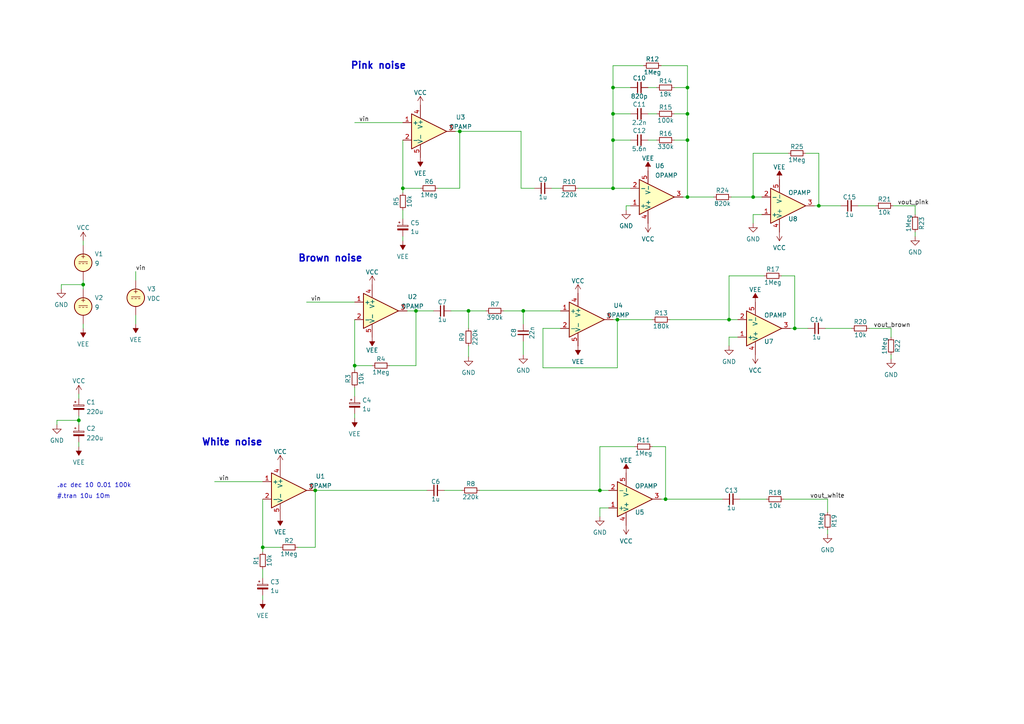
<source format=kicad_sch>
(kicad_sch (version 20211123) (generator eeschema)
  (paper "A4")
  (title_block (title "Colored noise generator (Ngspice simulation)") (date "2022-02-03") (rev "v1.0") (company "www.justin-silver.com") (comment 1 "Justin Silver"))
  (lib_symbols
    (symbol "Device:C_Polarized_Small" (pin_numbers hide) (pin_names (offset 0.254) hide)
      (property "Reference" "C" (at 0.254 1.778 0))
      (property "Value" "C_Polarized_Small" (at 0.254 -2.032 0))
      (symbol "C_Polarized_Small_0_1"
        (rectangle (start -1.524 -0.3048) (end 1.524 -0.6858) (fill (type outline)))
        (rectangle (start -1.524 0.6858) (end 1.524 0.3048))
        (polyline (pts (xy -1.27 1.524) (xy -0.762 1.524)))
        (polyline (pts (xy -1.016 1.27) (xy -1.016 1.778)))
      )
      (symbol "C_Polarized_Small_1_1"
        (pin passive line (at 0 2.54 270) (length 1.8542) (name "~") (number "1"))
        (pin passive line (at 0 -2.54 90) (length 1.8542) (name "~") (number "2"))
      )
    )
    (symbol "Device:C_Small" (pin_numbers hide) (pin_names (offset 0.254) hide)
      (property "Reference" "C" (at 0.254 1.778 0))
      (property "Value" "C_Small" (at 0.254 -2.032 0))
      (symbol "C_Small_0_1"
        (polyline (pts (xy -1.524 -0.508) (xy 1.524 -0.508)) (stroke (width 0.3302)))
        (polyline (pts (xy -1.524 0.508) (xy 1.524 0.508)) (stroke (width 0.3048)))
      )
      (symbol "C_Small_1_1"
        (pin passive line (at 0 2.54 270) (length 2.032) (name "~") (number "1"))
        (pin passive line (at 0 -2.54 90) (length 2.032) (name "~") (number "2"))
      )
    )
    (symbol "Device:R_Small" (pin_numbers hide) (pin_names (offset 0.254) hide)
      (property "Reference" "R" (at 0.762 0.508 0))
      (property "Value" "R_Small" (at 0.762 -1.016 0))
      (symbol "R_Small_0_1"
        (rectangle (start -0.762 1.778) (end 0.762 -1.778) (stroke (width 0.2032)))
      )
      (symbol "R_Small_1_1"
        (pin passive line (at 0 2.54 270) (length 0.762) (name "~") (number "1"))
        (pin passive line (at 0 -2.54 90) (length 0.762) (name "~") (number "2"))
      )
    )
    (symbol "Simulation_SPICE:OPAMP" (pin_names (offset 0.254))
      (property "Reference" "U" (at 3.81 3.175 0))
      (property "Value" "OPAMP" (at 3.81 -3.175 0))
      (symbol "OPAMP_0_1"
        (polyline (pts (xy 5.08 0) (xy -5.08 5.08) (xy -5.08 -5.08) (xy 5.08 0)) (stroke (width 0.254)) (fill (type background)))
      )
      (symbol "OPAMP_1_1"
        (pin input line (at -7.62 2.54 0) (length 2.54) (name "+") (number "1"))
        (pin input line (at -7.62 -2.54 0) (length 2.54) (name "-") (number "2"))
        (pin output line (at 7.62 0 180) (length 2.54) (name "~") (number "3"))
        (pin power_in line (at -2.54 7.62 270) (length 3.81) (name "V+") (number "4"))
        (pin power_in line (at -2.54 -7.62 90) (length 3.81) (name "V-") (number "5"))
      )
    )
    (symbol "Simulation_SPICE:VDC" (pin_numbers hide) (pin_names (offset 0.0254))
      (property "Reference" "V" (at 2.54 2.54 0))
      (property "Value" "VDC" (at 2.54 0 0))
      (property "Spice_Model" "dc(1)" (at 2.54 -2.54 0))
      (symbol "VDC_0_0"
        (polyline (pts (xy -1.27 0.254) (xy 1.27 0.254)))
        (polyline (pts (xy -0.762 -0.254) (xy -1.27 -0.254)))
        (polyline (pts (xy 0.254 -0.254) (xy -0.254 -0.254)))
        (polyline (pts (xy 1.27 -0.254) (xy 0.762 -0.254)))
        (text "+" (at 0 1.905 0) (effects (font (size 1.27 1.27))))
      )
      (symbol "VDC_0_1"
        (circle (center 0 0) (radius 2.54) (stroke (width 0.254)) (fill (type background)))
      )
      (symbol "VDC_1_1"
        (pin passive line (at 0 5.08 270) (length 2.54) (name "~") (number "1"))
        (pin passive line (at 0 -5.08 90) (length 2.54) (name "~") (number "2"))
      )
    )
    (symbol "power:GND" (power) (pin_names (offset 0))
      (property "Value" "GND" (at 0 -3.81 0))
      (symbol "GND_0_1"
        (polyline (pts (xy 0 0) (xy 0 -1.27) (xy 1.27 -1.27) (xy 0 -2.54) (xy -1.27 -1.27) (xy 0 -1.27)))
      )
      (symbol "GND_1_1"
        (pin power_in line (at 0 0 270) (length 0) hide (name "GND") (number "1"))
      )
    )
    (symbol "power:VCC" (power) (pin_names (offset 0))
      (property "Value" "VCC" (at 0 3.81 0))
      (symbol "VCC_0_1"
        (polyline (pts (xy -0.762 1.27) (xy 0 2.54)))
        (polyline (pts (xy 0 0) (xy 0 2.54)))
        (polyline (pts (xy 0 2.54) (xy 0.762 1.27)))
      )
      (symbol "VCC_1_1"
        (pin power_in line (at 0 0 90) (length 0) hide (name "VCC") (number "1"))
      )
    )
    (symbol "power:VEE" (power) (pin_names (offset 0))
      (property "Value" "VEE" (at 0 3.81 0))
      (symbol "VEE_0_1"
        (polyline (pts (xy 0 0) (xy 0 2.54)))
        (polyline (pts (xy 0.762 1.27) (xy -0.762 1.27) (xy 0 2.54) (xy 0.762 1.27)) (fill (type outline)))
      )
      (symbol "VEE_1_1"
        (pin power_in line (at 0 0 90) (length 0) hide (name "VEE") (number "1"))
      )
    )
  )
  (junction (at 120.65 90.17))
  (junction (at 237.49 59.69))
  (junction (at 22.86 121.92))
  (junction (at 76.2 158.75))
  (junction (at 218.44 57.15))
  (junction (at 211.455 92.71))
  (junction (at 173.99 142.24))
  (junction (at 199.39 33.02))
  (junction (at 177.8 25.4))
  (junction (at 177.8 54.61))
  (junction (at 177.8 40.64))
  (junction (at 151.765 90.17))
  (junction (at 193.04 144.78))
  (junction (at 91.44 142.24))
  (junction (at 116.84 54.61))
  (junction (at 24.13 82.55))
  (junction (at 199.39 25.4))
  (junction (at 199.39 57.15))
  (junction (at 133.35 38.1))
  (junction (at 199.39 40.64))
  (junction (at 177.8 33.02))
  (junction (at 230.505 95.25))
  (junction (at 102.87 106.045))
  (junction (at 179.07 92.71))
  (junction (at 135.89 90.17))
  (wire (pts (xy 227.33 144.78) (xy 240.03 144.78)))
  (wire (pts (xy 187.96 25.4) (xy 190.5 25.4)))
  (wire (pts (xy 211.455 80.01) (xy 221.615 80.01)))
  (wire (pts (xy 102.87 92.71) (xy 102.87 106.045)))
  (wire (pts (xy 220.98 62.23) (xy 218.44 62.23)))
  (wire (pts (xy 39.37 91.44) (xy 39.37 93.98)))
  (wire (pts (xy 39.37 78.74) (xy 39.37 81.28)))
  (wire (pts (xy 233.68 44.45) (xy 237.49 44.45)))
  (wire (pts (xy 212.09 57.15) (xy 218.44 57.15)))
  (wire (pts (xy 133.35 54.61) (xy 133.35 38.1)))
  (wire (pts (xy 118.11 90.17) (xy 120.65 90.17)))
  (wire (pts (xy 17.78 83.82) (xy 17.78 82.55)))
  (wire (pts (xy 157.48 95.25) (xy 157.48 106.68)))
  (wire (pts (xy 214.63 144.78) (xy 222.25 144.78)))
  (wire (pts (xy 195.58 40.64) (xy 199.39 40.64)))
  (wire (pts (xy 213.995 97.79) (xy 211.455 97.79)))
  (wire (pts (xy 177.8 19.05) (xy 177.8 25.4)))
  (wire (pts (xy 179.07 92.71) (xy 177.8 92.71)))
  (wire (pts (xy 199.39 57.15) (xy 198.12 57.15)))
  (wire (pts (xy 237.49 59.69) (xy 237.49 44.45)))
  (wire (pts (xy 76.2 158.75) (xy 81.28 158.75)))
  (wire (pts (xy 195.58 25.4) (xy 199.39 25.4)))
  (wire (pts (xy 135.89 100.33) (xy 135.89 103.505)))
  (wire (pts (xy 177.8 40.64) (xy 177.8 54.61)))
  (wire (pts (xy 218.44 44.45) (xy 228.6 44.45)))
  (wire (pts (xy 116.84 54.61) (xy 116.84 55.88)))
  (wire (pts (xy 22.86 121.92) (xy 22.86 123.19)))
  (wire (pts (xy 181.61 59.69) (xy 181.61 60.96)))
  (wire (pts (xy 193.04 144.78) (xy 209.55 144.78)))
  (wire (pts (xy 102.87 35.56) (xy 116.84 35.56)))
  (wire (pts (xy 120.65 90.17) (xy 125.73 90.17)))
  (wire (pts (xy 130.81 90.17) (xy 135.89 90.17)))
  (wire (pts (xy 157.48 95.25) (xy 162.56 95.25)))
  (wire (pts (xy 86.36 158.75) (xy 91.44 158.75)))
  (wire (pts (xy 230.505 95.25) (xy 230.505 80.01)))
  (wire (pts (xy 265.43 59.69) (xy 265.43 62.23)))
  (wire (pts (xy 218.44 57.15) (xy 220.98 57.15)))
  (wire (pts (xy 173.99 142.24) (xy 176.53 142.24)))
  (wire (pts (xy 24.13 69.85) (xy 24.13 71.12)))
  (wire (pts (xy 240.03 144.78) (xy 240.03 148.59)))
  (wire (pts (xy 120.65 90.17) (xy 120.65 106.045)))
  (wire (pts (xy 135.89 90.17) (xy 140.97 90.17)))
  (wire (pts (xy 230.505 95.25) (xy 234.315 95.25)))
  (wire (pts (xy 193.04 144.78) (xy 193.04 129.54)))
  (wire (pts (xy 248.92 59.69) (xy 254 59.69)))
  (wire (pts (xy 135.89 90.17) (xy 135.89 95.25)))
  (wire (pts (xy 132.08 38.1) (xy 133.35 38.1)))
  (wire (pts (xy 179.07 92.71) (xy 179.07 106.68)))
  (wire (pts (xy 116.84 68.58) (xy 116.84 69.85)))
  (wire (pts (xy 102.87 120.015) (xy 102.87 121.285)))
  (wire (pts (xy 177.8 33.02) (xy 177.8 40.64)))
  (wire (pts (xy 116.84 60.96) (xy 116.84 63.5)))
  (wire (pts (xy 199.39 40.64) (xy 199.39 57.15)))
  (wire (pts (xy 102.87 106.045) (xy 102.87 107.315)))
  (wire (pts (xy 102.87 106.045) (xy 107.95 106.045)))
  (wire (pts (xy 191.77 19.05) (xy 199.39 19.05)))
  (wire (pts (xy 189.23 129.54) (xy 193.04 129.54)))
  (wire (pts (xy 177.8 25.4) (xy 182.88 25.4)))
  (wire (pts (xy 24.13 93.98) (xy 24.13 95.25)))
  (wire (pts (xy 199.39 33.02) (xy 199.39 40.64)))
  (wire (pts (xy 239.395 95.25) (xy 247.015 95.25)))
  (wire (pts (xy 199.39 25.4) (xy 199.39 33.02)))
  (wire (pts (xy 199.39 57.15) (xy 207.01 57.15)))
  (wire (pts (xy 151.765 99.06) (xy 151.765 102.87)))
  (wire (pts (xy 146.05 90.17) (xy 151.765 90.17)))
  (wire (pts (xy 258.445 102.87) (xy 258.445 104.14)))
  (wire (pts (xy 265.43 67.31) (xy 265.43 68.58)))
  (wire (pts (xy 157.48 106.68) (xy 179.07 106.68)))
  (wire (pts (xy 116.84 40.64) (xy 116.84 54.61)))
  (wire (pts (xy 139.065 142.24) (xy 173.99 142.24)))
  (wire (pts (xy 76.2 144.78) (xy 76.2 158.75)))
  (wire (pts (xy 22.86 128.27) (xy 22.86 129.54)))
  (wire (pts (xy 76.2 158.75) (xy 76.2 160.02)))
  (wire (pts (xy 177.8 40.64) (xy 182.88 40.64)))
  (wire (pts (xy 128.905 142.24) (xy 133.985 142.24)))
  (wire (pts (xy 173.99 129.54) (xy 184.15 129.54)))
  (wire (pts (xy 230.505 95.25) (xy 229.235 95.25)))
  (wire (pts (xy 252.095 95.25) (xy 258.445 95.25)))
  (wire (pts (xy 237.49 59.69) (xy 236.22 59.69)))
  (wire (pts (xy 167.64 54.61) (xy 177.8 54.61)))
  (wire (pts (xy 182.88 59.69) (xy 181.61 59.69)))
  (wire (pts (xy 193.04 144.78) (xy 191.77 144.78)))
  (wire (pts (xy 151.13 54.61) (xy 154.94 54.61)))
  (wire (pts (xy 177.8 25.4) (xy 177.8 33.02)))
  (wire (pts (xy 187.96 40.64) (xy 190.5 40.64)))
  (wire (pts (xy 186.69 19.05) (xy 177.8 19.05)))
  (wire (pts (xy 88.9 87.63) (xy 102.87 87.63)))
  (wire (pts (xy 151.765 90.17) (xy 151.765 93.98)))
  (wire (pts (xy 91.44 142.24) (xy 123.825 142.24)))
  (wire (pts (xy 127 54.61) (xy 133.35 54.61)))
  (wire (pts (xy 195.58 33.02) (xy 199.39 33.02)))
  (wire (pts (xy 62.23 139.7) (xy 76.2 139.7)))
  (wire (pts (xy 187.96 33.02) (xy 190.5 33.02)))
  (wire (pts (xy 22.86 114.3) (xy 22.86 115.57)))
  (wire (pts (xy 116.84 54.61) (xy 121.92 54.61)))
  (wire (pts (xy 259.08 59.69) (xy 265.43 59.69)))
  (wire (pts (xy 133.35 38.1) (xy 151.13 38.1)))
  (wire (pts (xy 17.78 82.55) (xy 24.13 82.55)))
  (wire (pts (xy 102.87 112.395) (xy 102.87 114.935)))
  (wire (pts (xy 199.39 19.05) (xy 199.39 25.4)))
  (wire (pts (xy 173.99 129.54) (xy 173.99 142.24)))
  (wire (pts (xy 226.695 80.01) (xy 230.505 80.01)))
  (wire (pts (xy 76.2 165.1) (xy 76.2 167.64)))
  (wire (pts (xy 16.51 121.92) (xy 22.86 121.92)))
  (wire (pts (xy 211.455 80.01) (xy 211.455 92.71)))
  (wire (pts (xy 91.44 158.75) (xy 91.44 142.24)))
  (wire (pts (xy 151.765 90.17) (xy 162.56 90.17)))
  (wire (pts (xy 211.455 92.71) (xy 213.995 92.71)))
  (wire (pts (xy 16.51 123.19) (xy 16.51 121.92)))
  (wire (pts (xy 24.13 82.55) (xy 24.13 83.82)))
  (wire (pts (xy 218.44 62.23) (xy 218.44 64.77)))
  (wire (pts (xy 177.8 33.02) (xy 182.88 33.02)))
  (wire (pts (xy 258.445 95.25) (xy 258.445 97.79)))
  (wire (pts (xy 218.44 44.45) (xy 218.44 57.15)))
  (wire (pts (xy 177.8 54.61) (xy 182.88 54.61)))
  (wire (pts (xy 240.03 153.67) (xy 240.03 154.94)))
  (wire (pts (xy 211.455 97.79) (xy 211.455 100.33)))
  (wire (pts (xy 160.02 54.61) (xy 162.56 54.61)))
  (wire (pts (xy 176.53 147.32) (xy 173.99 147.32)))
  (wire (pts (xy 76.2 172.72) (xy 76.2 173.99)))
  (wire (pts (xy 24.13 81.28) (xy 24.13 82.55)))
  (wire (pts (xy 173.99 147.32) (xy 173.99 149.86)))
  (wire (pts (xy 194.31 92.71) (xy 211.455 92.71)))
  (wire (pts (xy 151.13 38.1) (xy 151.13 54.61)))
  (wire (pts (xy 179.07 92.71) (xy 189.23 92.71)))
  (wire (pts (xy 22.86 120.65) (xy 22.86 121.92)))
  (wire (pts (xy 113.03 106.045) (xy 120.65 106.045)))
  (wire (pts (xy 237.49 59.69) (xy 243.84 59.69)))
  (text "#.tran 10u 10m" (at 16.51 144.78 0) (effects (font (size 1.27 1.27)) (justify left bottom)))
  (text "Pink noise" (at 101.6 20.32 0) (effects (font (size 2 2) bold) (justify left bottom)))
  (text "White noise" (at 58.42 129.54 0) (effects (font (size 2 2) bold) (justify left bottom)))
  (text ".ac dec 10 0.01 100k\n" (at 16.51 141.605 0) (effects (font (size 1.27 1.27)) (justify left bottom)))
  (text "Brown noise" (at 86.36 76.2 0) (effects (font (size 2 2) bold) (justify left bottom)))
  (label "vout_brown" (at 253.365 95.25 0))
  (label "vin" (at 63.5 139.7 0))
  (label "vin" (at 104.14 35.56 0))
  (label "vin" (at 39.37 78.74 0))
  (label "vin" (at 90.17 87.63 0))
  (label "vout_white" (at 234.95 144.78 0))
  (label "vout_pink" (at 260.35 59.69 0))
  (symbol (lib_id "Simulation_SPICE:OPAMP") (at 83.82 142.24 0) (unit 1)
    (property "Reference" "U1" (at 92.9466 138.1465 0))
    (property "Value" "OPAMP" (at 92.9466 140.9216 0))
    (property "Spice_Netlist_Enabled" "Y" (effects hide))
    (property "Spice_Primitive" "X" (effects hide))
    (property "Spice_Model" "AD8051" (effects hide))
    (property "Spice_Node_Sequence" "1 2 4 5 3" (effects hide))
    (property "Spice_Lib_File" "../libraries/ad8051.lib" (effects hide))
  )
  (symbol (lib_id "power:VCC") (at 187.96 64.77 0) (mirror x) (unit 1)
    (property "Reference" "#PWR026" (effects hide))
    (property "Value" "VCC" (at 187.96 69.3325 0))
  )
  (symbol (lib_id "Device:R_Small") (at 265.43 64.77 0) (mirror x) (unit 1)
    (property "Reference" "R23" (at 267.335 64.77 90))
    (property "Value" "1Meg" (at 263.525 64.77 90))
    (property "Spice_Primitive" "R" (effects hide))
  )
  (symbol (lib_id "Device:R_Small") (at 143.51 90.17 270) (mirror x) (unit 1)
    (property "Reference" "R7" (at 143.51 88.265 90))
    (property "Value" "390k" (at 143.51 92.075 90))
    (property "Spice_Primitive" "R" (effects hide))
  )
  (symbol (lib_id "Device:C_Polarized_Small") (at 116.84 66.04 0) (unit 1)
    (property "Reference" "C5" (at 118.999 64.6592 0) (effects (justify left)))
    (property "Value" "1u" (at 118.999 67.1961 0) (effects (justify left)))
    (property "Spice_Primitive" "C" (effects hide))
  )
  (symbol (lib_id "Device:C_Small") (at 128.27 90.17 90) (unit 1)
    (property "Reference" "C7" (at 128.27 87.63 90))
    (property "Value" "1u" (at 128.27 92.71 90))
    (property "Spice_Primitive" "C" (effects hide))
  )
  (symbol (lib_id "power:GND") (at 181.61 60.96 0) (unit 1)
    (property "Reference" "#PWR022" (effects hide))
    (property "Value" "GND" (at 181.61 65.5225 0))
  )
  (symbol (lib_id "power:GND") (at 17.78 83.82 0) (unit 1)
    (property "Reference" "#PWR02" (effects hide))
    (property "Value" "GND" (at 17.78 88.3825 0))
  )
  (symbol (lib_id "Device:R_Small") (at 116.84 58.42 180) (unit 1)
    (property "Reference" "R5" (at 114.935 58.42 90))
    (property "Value" "10k" (at 118.745 58.42 90))
    (property "Spice_Primitive" "R" (effects hide))
  )
  (symbol (lib_id "power:VEE") (at 167.64 100.33 180) (unit 1)
    (property "Reference" "#PWR020" (effects hide))
    (property "Value" "VEE" (at 167.64 104.8925 0))
  )
  (symbol (lib_id "Simulation_SPICE:OPAMP") (at 184.15 144.78 0) (mirror x) (unit 1)
    (property "Reference" "U5" (at 184.15 148.59 0) (effects (justify left)))
    (property "Value" "OPAMP" (at 184.15 140.97 0) (effects (justify left)))
    (property "Spice_Netlist_Enabled" "Y" (effects hide))
    (property "Spice_Primitive" "X" (effects hide))
    (property "Spice_Model" "AD8051" (effects hide))
    (property "Spice_Node_Sequence" "1 2 4 5 3" (effects hide))
    (property "Spice_Lib_File" "../libraries/ad8051.lib" (effects hide))
  )
  (symbol (lib_id "power:VCC") (at 22.86 114.3 0) (unit 1)
    (property "Reference" "#PWR03" (effects hide))
    (property "Value" "VCC" (at 22.86 110.49 0))
  )
  (symbol (lib_id "Device:R_Small") (at 102.87 109.855 180) (unit 1)
    (property "Reference" "R3" (at 100.965 109.855 90))
    (property "Value" "10k" (at 104.775 109.855 90))
    (property "Spice_Primitive" "R" (effects hide))
  )
  (symbol (lib_id "Simulation_SPICE:OPAMP") (at 221.615 95.25 0) (mirror x) (unit 1)
    (property "Reference" "U7" (at 221.615 99.06 0) (effects (justify left)))
    (property "Value" "OPAMP" (at 221.615 91.44 0) (effects (justify left)))
    (property "Spice_Netlist_Enabled" "Y" (effects hide))
    (property "Spice_Primitive" "X" (effects hide))
    (property "Spice_Model" "AD8051" (effects hide))
    (property "Spice_Node_Sequence" "1 2 4 5 3" (effects hide))
    (property "Spice_Lib_File" "../libraries/ad8051.lib" (effects hide))
  )
  (symbol (lib_id "Device:R_Small") (at 193.04 33.02 90) (unit 1)
    (property "Reference" "R15" (at 193.04 31.115 90))
    (property "Value" "100k" (at 193.04 34.925 90))
    (property "Spice_Primitive" "R" (effects hide))
  )
  (symbol (lib_id "Device:C_Small") (at 185.42 40.64 90) (unit 1)
    (property "Reference" "C12" (at 185.4263 37.8864 90))
    (property "Value" "5.6n" (at 185.42 43.18 90))
    (property "Spice_Primitive" "C" (effects hide))
  )
  (symbol (lib_id "power:VCC") (at 181.61 152.4 180) (unit 1)
    (property "Reference" "#PWR024" (effects hide))
    (property "Value" "VCC" (at 181.61 156.9625 0))
  )
  (symbol (lib_id "power:GND") (at 173.99 149.86 0) (unit 1)
    (property "Reference" "#PWR021" (effects hide))
    (property "Value" "GND" (at 173.99 154.4225 0))
  )
  (symbol (lib_id "power:GND") (at 135.89 103.505 0) (unit 1)
    (property "Reference" "#PWR017" (effects hide))
    (property "Value" "GND" (at 135.89 108.0675 0))
  )
  (symbol (lib_id "Device:R_Small") (at 186.69 129.54 90) (unit 1)
    (property "Reference" "R11" (at 186.69 127.635 90))
    (property "Value" "1Meg" (at 186.69 131.445 90))
    (property "Spice_Primitive" "R" (effects hide))
  )
  (symbol (lib_id "power:GND") (at 218.44 64.77 0) (unit 1)
    (property "Reference" "#PWR030" (effects hide))
    (property "Value" "GND" (at 218.44 69.3325 0))
  )
  (symbol (lib_id "power:GND") (at 151.765 102.87 0) (unit 1)
    (property "Reference" "#PWR018" (effects hide))
    (property "Value" "GND" (at 151.765 107.4325 0))
  )
  (symbol (lib_id "power:GND") (at 16.51 123.19 0) (unit 1)
    (property "Reference" "#PWR01" (effects hide))
    (property "Value" "GND" (at 16.51 127.7525 0))
  )
  (symbol (lib_id "Simulation_SPICE:OPAMP") (at 190.5 57.15 0) (mirror x) (unit 1)
    (property "Reference" "U6" (at 189.9794 48.1035 0) (effects (justify left)))
    (property "Value" "OPAMP" (at 189.9794 50.8786 0) (effects (justify left)))
    (property "Spice_Netlist_Enabled" "Y" (effects hide))
    (property "Spice_Primitive" "X" (effects hide))
    (property "Spice_Model" "AD8051" (effects hide))
    (property "Spice_Node_Sequence" "1 2 4 5 3" (effects hide))
    (property "Spice_Lib_File" "../libraries/ad8051.lib" (effects hide))
  )
  (symbol (lib_id "Device:R_Small") (at 189.23 19.05 90) (unit 1)
    (property "Reference" "R12" (at 189.23 17.145 90))
    (property "Value" "1Meg" (at 189.23 20.955 90))
    (property "Spice_Primitive" "R" (effects hide))
  )
  (symbol (lib_id "Simulation_SPICE:OPAMP") (at 124.46 38.1 0) (unit 1)
    (property "Reference" "U3" (at 133.5866 34.0065 0))
    (property "Value" "OPAMP" (at 133.5866 36.7816 0))
    (property "Spice_Netlist_Enabled" "Y" (effects hide))
    (property "Spice_Primitive" "X" (effects hide))
    (property "Spice_Model" "AD8051" (effects hide))
    (property "Spice_Node_Sequence" "1 2 4 5 3" (effects hide))
    (property "Spice_Lib_File" "../libraries/ad8051.lib" (effects hide))
  )
  (symbol (lib_id "Device:R_Small") (at 240.03 151.13 0) (mirror x) (unit 1)
    (property "Reference" "R19" (at 241.935 151.13 90))
    (property "Value" "1Meg" (at 238.125 151.13 90))
    (property "Spice_Primitive" "R" (effects hide))
  )
  (symbol (lib_id "Device:C_Small") (at 126.365 142.24 90) (unit 1)
    (property "Reference" "C6" (at 126.365 139.7 90))
    (property "Value" "1u" (at 126.365 144.78 90))
    (property "Spice_Primitive" "C" (effects hide))
  )
  (symbol (lib_id "Device:R_Small") (at 110.49 106.045 90) (unit 1)
    (property "Reference" "R4" (at 110.49 104.14 90))
    (property "Value" "1Meg" (at 110.49 107.95 90))
    (property "Spice_Primitive" "R" (effects hide))
  )
  (symbol (lib_id "Device:R_Small") (at 191.77 92.71 270) (mirror x) (unit 1)
    (property "Reference" "R13" (at 191.77 90.805 90))
    (property "Value" "180k" (at 191.77 94.615 90))
    (property "Spice_Primitive" "R" (effects hide))
  )
  (symbol (lib_id "Device:R_Small") (at 76.2 162.56 180) (unit 1)
    (property "Reference" "R1" (at 74.295 162.56 90))
    (property "Value" "10k" (at 78.105 162.56 90))
    (property "Spice_Primitive" "R" (effects hide))
  )
  (symbol (lib_id "Device:R_Small") (at 249.555 95.25 90) (unit 1)
    (property "Reference" "R20" (at 249.555 93.345 90))
    (property "Value" "10k" (at 249.555 97.155 90))
    (property "Spice_Primitive" "R" (effects hide))
  )
  (symbol (lib_id "Simulation_SPICE:OPAMP") (at 110.49 90.17 0) (unit 1)
    (property "Reference" "U2" (at 119.6166 86.0765 0))
    (property "Value" "OPAMP" (at 119.6166 88.8516 0))
    (property "Spice_Netlist_Enabled" "Y" (effects hide))
    (property "Spice_Primitive" "X" (effects hide))
    (property "Spice_Model" "AD8051" (effects hide))
    (property "Spice_Node_Sequence" "1 2 4 5 3" (effects hide))
    (property "Spice_Lib_File" "../libraries/ad8051.lib" (effects hide))
  )
  (symbol (lib_id "Device:C_Polarized_Small") (at 102.87 117.475 0) (unit 1)
    (property "Reference" "C4" (at 105.029 116.0942 0) (effects (justify left)))
    (property "Value" "1u" (at 105.029 118.6311 0) (effects (justify left)))
    (property "Spice_Primitive" "C" (effects hide))
  )
  (symbol (lib_id "Device:C_Small") (at 246.38 59.69 90) (unit 1)
    (property "Reference" "C15" (at 246.38 57.15 90))
    (property "Value" "1u" (at 246.38 62.23 90))
    (property "Spice_Primitive" "C" (effects hide))
  )
  (symbol (lib_id "Device:R_Small") (at 256.54 59.69 90) (unit 1)
    (property "Reference" "R21" (at 256.54 57.785 90))
    (property "Value" "10k" (at 256.54 61.595 90))
    (property "Spice_Primitive" "R" (effects hide))
  )
  (symbol (lib_id "power:VCC") (at 167.64 85.09 0) (unit 1)
    (property "Reference" "#PWR019" (effects hide))
    (property "Value" "VCC" (at 167.64 81.4855 0))
  )
  (symbol (lib_id "Simulation_SPICE:VDC") (at 39.37 86.36 0) (unit 1)
    (property "Reference" "V3" (at 42.672 83.8146 0) (effects (justify left)))
    (property "Value" "VDC" (at 42.672 86.5897 0) (effects (justify left)))
    (property "Spice_Netlist_Enabled" "Y" (effects hide))
    (property "Spice_Primitive" "V" (effects hide))
    (property "Spice_Model" "dc 9 ac 10m sin(9 10m 1k)" (at 42.672 89.3648 0) (effects (justify left)))
  )
  (symbol (lib_id "Simulation_SPICE:VDC") (at 24.13 88.9 0) (unit 1)
    (property "Reference" "V2" (at 27.432 86.3546 0) (effects (justify left)))
    (property "Value" "VDC" (at 27.432 89.1297 0) (effects (justify left)))
    (property "Spice_Netlist_Enabled" "Y" (effects hide))
    (property "Spice_Primitive" "V" (effects hide))
    (property "Spice_Model" "dc(9)" (at 27.432 91.9048 0) (effects (justify left)))
  )
  (symbol (lib_id "Device:R_Small") (at 193.04 25.4 90) (unit 1)
    (property "Reference" "R14" (at 193.04 23.495 90))
    (property "Value" "18k" (at 193.04 27.305 90))
    (property "Spice_Primitive" "R" (effects hide))
  )
  (symbol (lib_id "power:VCC") (at 121.92 30.48 0) (unit 1)
    (property "Reference" "#PWR015" (effects hide))
    (property "Value" "VCC" (at 121.92 26.8755 0))
  )
  (symbol (lib_id "Device:R_Small") (at 165.1 54.61 90) (unit 1)
    (property "Reference" "R10" (at 165.1 52.705 90))
    (property "Value" "220k" (at 165.1 56.515 90))
    (property "Spice_Primitive" "R" (effects hide))
  )
  (symbol (lib_id "Device:C_Small") (at 185.42 33.02 90) (unit 1)
    (property "Reference" "C11" (at 185.4263 30.2664 90))
    (property "Value" "2.2n" (at 185.42 35.56 90))
    (property "Spice_Primitive" "C" (effects hide))
  )
  (symbol (lib_id "power:VEE") (at 116.84 69.85 180) (unit 1)
    (property "Reference" "#PWR014" (effects hide))
    (property "Value" "VEE" (at 116.84 74.4125 0))
  )
  (symbol (lib_id "Device:C_Small") (at 236.855 95.25 90) (unit 1)
    (property "Reference" "C14" (at 236.855 92.71 90))
    (property "Value" "1u" (at 236.855 97.79 90))
    (property "Spice_Primitive" "C" (effects hide))
  )
  (symbol (lib_id "Device:R_Small") (at 231.14 44.45 90) (unit 1)
    (property "Reference" "R25" (at 231.14 42.545 90))
    (property "Value" "1Meg" (at 231.14 46.355 90))
    (property "Spice_Primitive" "R" (effects hide))
  )
  (symbol (lib_id "Device:C_Polarized_Small") (at 76.2 170.18 0) (unit 1)
    (property "Reference" "C3" (at 78.359 168.7992 0) (effects (justify left)))
    (property "Value" "1u" (at 78.359 171.3361 0) (effects (justify left)))
    (property "Spice_Primitive" "C" (effects hide))
  )
  (symbol (lib_id "power:GND") (at 240.03 154.94 0) (unit 1)
    (property "Reference" "#PWR032" (effects hide))
    (property "Value" "GND" (at 240.03 159.5025 0))
  )
  (symbol (lib_id "Device:R_Small") (at 136.525 142.24 90) (unit 1)
    (property "Reference" "R8" (at 136.525 140.335 90))
    (property "Value" "220k" (at 136.525 144.145 90))
    (property "Spice_Primitive" "R" (effects hide))
  )
  (symbol (lib_id "Device:C_Small") (at 212.09 144.78 90) (unit 1)
    (property "Reference" "C13" (at 212.09 142.24 90))
    (property "Value" "1u" (at 212.09 147.32 90))
    (property "Spice_Primitive" "C" (effects hide))
  )
  (symbol (lib_id "Simulation_SPICE:VDC") (at 24.13 76.2 0) (unit 1)
    (property "Reference" "V1" (at 27.432 73.6546 0) (effects (justify left)))
    (property "Value" "VDC" (at 27.432 76.4297 0) (effects (justify left)))
    (property "Spice_Netlist_Enabled" "Y" (effects hide))
    (property "Spice_Primitive" "V" (effects hide))
    (property "Spice_Model" "dc(9)" (at 27.432 79.2048 0) (effects (justify left)))
  )
  (symbol (lib_id "Device:C_Polarized_Small") (at 22.86 118.11 0) (unit 1)
    (property "Reference" "C1" (at 25.019 116.6554 0) (effects (justify left)))
    (property "Value" "220u" (at 25.019 119.4305 0) (effects (justify left)))
    (property "Spice_Primitive" "C" (effects hide))
  )
  (symbol (lib_id "power:VEE") (at 219.075 87.63 0) (unit 1)
    (property "Reference" "#PWR028" (effects hide))
    (property "Value" "VEE" (at 219.075 84.0255 0))
  )
  (symbol (lib_id "Device:R_Small") (at 224.155 80.01 90) (unit 1)
    (property "Reference" "R17" (at 224.155 78.105 90))
    (property "Value" "1Meg" (at 224.155 81.915 90))
    (property "Spice_Primitive" "R" (effects hide))
  )
  (symbol (lib_id "Device:R_Small") (at 83.82 158.75 90) (unit 1)
    (property "Reference" "R2" (at 83.82 156.845 90))
    (property "Value" "1Meg" (at 83.82 160.655 90))
    (property "Spice_Primitive" "R" (effects hide))
  )
  (symbol (lib_id "Device:R_Small") (at 224.79 144.78 90) (unit 1)
    (property "Reference" "R18" (at 224.79 142.875 90))
    (property "Value" "10k" (at 224.79 146.685 90))
    (property "Spice_Primitive" "R" (effects hide))
  )
  (symbol (lib_id "power:VCC") (at 219.075 102.87 180) (unit 1)
    (property "Reference" "#PWR029" (effects hide))
    (property "Value" "VCC" (at 219.075 107.4325 0))
  )
  (symbol (lib_id "Simulation_SPICE:OPAMP") (at 228.6 59.69 0) (mirror x) (unit 1)
    (property "Reference" "U8" (at 228.6 63.5 0) (effects (justify left)))
    (property "Value" "OPAMP" (at 228.6 55.88 0) (effects (justify left)))
    (property "Spice_Netlist_Enabled" "Y" (effects hide))
    (property "Spice_Primitive" "X" (effects hide))
    (property "Spice_Model" "AD8051" (effects hide))
    (property "Spice_Node_Sequence" "1 2 4 5 3" (effects hide))
    (property "Spice_Lib_File" "../libraries/ad8051.lib" (effects hide))
  )
  (symbol (lib_id "power:VEE") (at 107.95 97.79 180) (unit 1)
    (property "Reference" "#PWR013" (effects hide))
    (property "Value" "VEE" (at 107.95 101.6 0))
  )
  (symbol (lib_id "Device:R_Small") (at 124.46 54.61 90) (unit 1)
    (property "Reference" "R6" (at 124.46 52.705 90))
    (property "Value" "1Meg" (at 124.46 56.515 90))
    (property "Spice_Primitive" "R" (effects hide))
  )
  (symbol (lib_id "power:VCC") (at 81.28 134.62 0) (unit 1)
    (property "Reference" "#PWR09" (effects hide))
    (property "Value" "VCC" (at 81.28 131.0155 0))
  )
  (symbol (lib_id "Simulation_SPICE:OPAMP") (at 170.18 92.71 0) (unit 1)
    (property "Reference" "U4" (at 179.3066 88.6165 0))
    (property "Value" "OPAMP" (at 179.3066 91.3916 0))
    (property "Spice_Netlist_Enabled" "Y" (effects hide))
    (property "Spice_Primitive" "X" (effects hide))
    (property "Spice_Model" "AD8051" (effects hide))
    (property "Spice_Node_Sequence" "1 2 4 5 3" (effects hide))
    (property "Spice_Lib_File" "../libraries/ad8051.lib" (effects hide))
  )
  (symbol (lib_id "Device:C_Small") (at 157.48 54.61 90) (unit 1)
    (property "Reference" "C9" (at 157.48 52.07 90))
    (property "Value" "1u" (at 157.48 57.15 90))
    (property "Spice_Primitive" "C" (effects hide))
  )
  (symbol (lib_id "power:VEE") (at 181.61 137.16 0) (unit 1)
    (property "Reference" "#PWR023" (effects hide))
    (property "Value" "VEE" (at 181.61 133.5555 0))
  )
  (symbol (lib_id "power:VEE") (at 121.92 45.72 180) (unit 1)
    (property "Reference" "#PWR016" (effects hide))
    (property "Value" "VEE" (at 121.92 50.2825 0))
  )
  (symbol (lib_id "power:VEE") (at 187.96 49.53 0) (unit 1)
    (property "Reference" "#PWR025" (effects hide))
    (property "Value" "VEE" (at 187.96 45.9255 0))
  )
  (symbol (lib_id "power:VEE") (at 39.37 93.98 180) (unit 1)
    (property "Reference" "#PWR07" (effects hide))
    (property "Value" "VEE" (at 39.37 98.5425 0))
  )
  (symbol (lib_id "Device:R_Small") (at 258.445 100.33 0) (mirror x) (unit 1)
    (property "Reference" "R22" (at 260.35 100.33 90))
    (property "Value" "1Meg" (at 256.54 100.33 90))
    (property "Spice_Primitive" "R" (effects hide))
  )
  (symbol (lib_id "power:VCC") (at 226.06 67.31 180) (unit 1)
    (property "Reference" "#PWR035" (effects hide))
    (property "Value" "VCC" (at 226.06 71.8725 0))
  )
  (symbol (lib_id "Device:C_Polarized_Small") (at 22.86 125.73 0) (unit 1)
    (property "Reference" "C2" (at 25.019 124.2754 0) (effects (justify left)))
    (property "Value" "220u" (at 25.019 127.0505 0) (effects (justify left)))
    (property "Spice_Primitive" "C" (effects hide))
  )
  (symbol (lib_id "Device:C_Small") (at 151.765 96.52 0) (mirror y) (unit 1)
    (property "Reference" "C8" (at 149.0114 96.5263 90))
    (property "Value" "22n" (at 154.305 96.52 90))
    (property "Spice_Primitive" "C" (effects hide))
  )
  (symbol (lib_id "Device:C_Small") (at 185.42 25.4 90) (unit 1)
    (property "Reference" "C10" (at 185.4263 22.6464 90))
    (property "Value" "820p" (at 185.42 27.94 90))
    (property "Spice_Primitive" "C" (effects hide))
  )
  (symbol (lib_id "Device:R_Small") (at 135.89 97.79 0) (mirror y) (unit 1)
    (property "Reference" "R9" (at 133.985 97.79 90))
    (property "Value" "220k" (at 137.795 97.79 90))
    (property "Spice_Primitive" "R" (effects hide))
  )
  (symbol (lib_id "Device:R_Small") (at 193.04 40.64 90) (unit 1)
    (property "Reference" "R16" (at 193.04 38.735 90))
    (property "Value" "330k" (at 193.04 42.545 90))
    (property "Spice_Primitive" "R" (effects hide))
  )
  (symbol (lib_id "power:VEE") (at 226.06 52.07 0) (unit 1)
    (property "Reference" "#PWR031" (effects hide))
    (property "Value" "VEE" (at 226.06 48.4655 0))
  )
  (symbol (lib_id "power:GND") (at 211.455 100.33 0) (unit 1)
    (property "Reference" "#PWR027" (effects hide))
    (property "Value" "GND" (at 211.455 104.8925 0))
  )
  (symbol (lib_id "power:VEE") (at 102.87 121.285 180) (unit 1)
    (property "Reference" "#PWR011" (effects hide))
    (property "Value" "VEE" (at 102.87 125.8475 0))
  )
  (symbol (lib_id "power:VCC") (at 24.13 69.85 0) (unit 1)
    (property "Reference" "#PWR05" (effects hide))
    (property "Value" "VCC" (at 24.13 66.04 0))
  )
  (symbol (lib_id "Device:R_Small") (at 209.55 57.15 270) (mirror x) (unit 1)
    (property "Reference" "R24" (at 209.55 55.245 90))
    (property "Value" "820k" (at 209.55 59.055 90))
    (property "Spice_Primitive" "R" (effects hide))
  )
  (symbol (lib_id "power:VEE") (at 22.86 129.54 180) (unit 1)
    (property "Reference" "#PWR04" (effects hide))
    (property "Value" "VEE" (at 22.86 134.1025 0))
  )
  (symbol (lib_id "power:VEE") (at 76.2 173.99 180) (unit 1)
    (property "Reference" "#PWR08" (effects hide))
    (property "Value" "VEE" (at 76.2 178.5525 0))
  )
  (symbol (lib_id "power:VCC") (at 107.95 82.55 0) (unit 1)
    (property "Reference" "#PWR012" (effects hide))
    (property "Value" "VCC" (at 107.95 78.9455 0))
  )
  (symbol (lib_id "power:GND") (at 265.43 68.58 0) (unit 1)
    (property "Reference" "#PWR034" (effects hide))
    (property "Value" "GND" (at 265.43 73.1425 0))
  )
  (symbol (lib_id "power:VEE") (at 81.28 149.86 180) (unit 1)
    (property "Reference" "#PWR010" (effects hide))
    (property "Value" "VEE" (at 81.28 154.305 0))
  )
  (symbol (lib_id "power:VEE") (at 24.13 95.25 180) (unit 1)
    (property "Reference" "#PWR06" (effects hide))
    (property "Value" "VEE" (at 24.13 99.8125 0))
  )
  (symbol (lib_id "power:GND") (at 258.445 104.14 0) (unit 1)
    (property "Reference" "#PWR033" (effects hide))
    (property "Value" "GND" (at 258.445 108.7025 0))
  )
)
</source>
